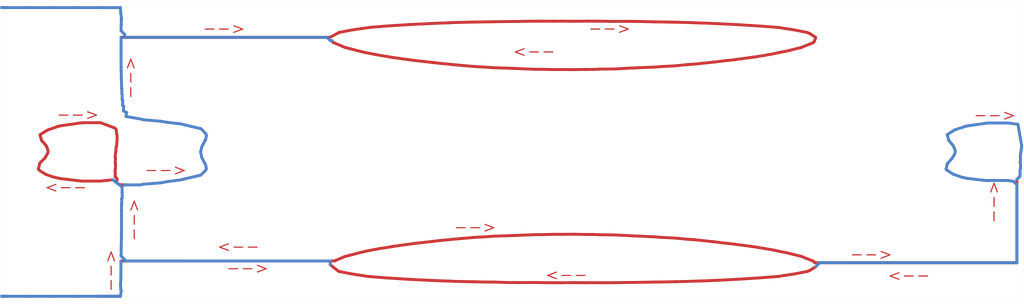
<source format=kicad_pcb>
(kicad_pcb (version 20240108) (generator "pcbnew") (generator_version "8.0")
  (layers (0 "F.Cu" signal) (31 "B.Cu" signal) (34 "B.Paste" user) (35 "F.Paste" user) (36 "B.SilkS" user "B.Silkscreen") (37 "F.SilkS" user "F.Silkscreen") (38 "B.Mask" user) (39 "F.Mask" user) (44 "Edge.Cuts" user))
  (net 0 "")
  (footprint "Edge.Cuts" (layer "F.Cu") (at 0 0)
    (property "Reference" "Edge.Cuts" (at 3 0 0) (layer "Edge.Cuts") (effects (justify left)))
    (property "Value" "")
    (fp_line (start -200 -255) (end -200 255) (stroke (width 0.15)) (layer "Edge.Cuts"))
    (fp_line (start -200 255) (end 1573 255) (stroke (width 0.15)) (layer "Edge.Cuts"))
    (fp_line (start 1573 -255) (end -200 -255) (stroke (width 0.15)) (layer "Edge.Cuts"))
    (fp_line (start 1573 255) (end 1573 -255) (stroke (width 0.15)) (layer "Edge.Cuts"))
  )
  (footprint "Connector_Wire:SolderWirePad_1x01_SMD_5x10mm" (layer "F.Cu") (at -195 -250 90)
    (property "Reference" "REF**" (at 0 -3.81 90) (layer "F.SilkS"))
    (property "Value" "SolderWirePad_1x01_SMD_5x10mm")
    (pad "1" smd rect (at 0 0 90) (size 5 10) (layers "B.Cu" "F.Paste" "F.Mask"))
  )
  (footprint "Connector_Wire:SolderWirePad_1x01_SMD_5x10mm" (layer "F.Cu") (at -195 250 90)
    (property "Reference" "REF**" (at 0 -3.81 90) (layer "F.SilkS"))
    (property "Value" "SolderWirePad_1x01_SMD_5x10mm")
    (pad "1" smd rect (at 0 0 90) (size 5 10) (layers "B.Cu" "F.Paste" "F.Mask"))
  )
  (gr_text "-->" (at -104 -74 180) (layer "F.Cu") (effects (font (size 20 20) (thickness 2)) (justify left bottom mirror)))
  (gr_text "-->" (at 817 -223 180) (layer "F.Cu") (effects (font (size 20 20) (thickness 2)) (justify left bottom mirror)))
  (gr_text "-->" (at 251 175 0) (layer "F.Cu") (effects (font (size 20 20) (thickness 2)) (justify left bottom mirror)))
  (gr_text "-->" (at 190 192 180) (layer "F.Cu") (effects (font (size 20 20) (thickness 2)) (justify left bottom mirror)))
  (gr_text "-->" (at 1511 125 -90) (layer "F.Cu") (effects (font (size 20 20) (thickness 2)) (justify left bottom mirror)))
  (gr_text "-->" (at 819 224 0) (layer "F.Cu") (effects (font (size 20 20) (thickness 2)) (justify left bottom mirror)))
  (gr_text "-->" (at 16 -90 -90) (layer "F.Cu") (effects (font (size 20 20) (thickness 2)) (justify left bottom mirror)))
  (gr_text "-->" (at 22 156 -90) (layer "F.Cu") (effects (font (size 20 20) (thickness 2)) (justify left bottom mirror)))
  (gr_text "-->" (at 1484 -73 180) (layer "F.Cu") (effects (font (size 20 20) (thickness 2)) (justify left bottom mirror)))
  (gr_text "-->" (at -18 244 -90) (layer "F.Cu") (effects (font (size 20 20) (thickness 2)) (justify left bottom mirror)))
  (gr_text "-->" (at 149 -223 180) (layer "F.Cu") (effects (font (size 20 20) (thickness 2)) (justify left bottom mirror)))
  (gr_text "-->" (at 48 22 180) (layer "F.Cu") (effects (font (size 20 20) (thickness 2)) (justify left bottom mirror)))
  (gr_text "-->" (at -48 72 0) (layer "F.Cu") (effects (font (size 20 20) (thickness 2)) (justify left bottom mirror)))
  (gr_text "-->" (at 763 -163 0) (layer "F.Cu") (effects (font (size 20 20) (thickness 2)) (justify left bottom mirror)))
  (gr_text "-->" (at 584 121 180) (layer "F.Cu") (effects (font (size 20 20) (thickness 2)) (justify left bottom mirror)))
  (gr_text "-->" (at 1270 168 180) (layer "F.Cu") (effects (font (size 20 20) (thickness 2)) (justify left bottom mirror)))
  (gr_text "-->" (at 1412 225 0) (layer "F.Cu") (effects (font (size 20 20) (thickness 2)) (justify left bottom mirror)))
  (segment (start -128.33 -20.276) (end -130.06 -26.52) (width 5) (layer "F.Cu") (net 0))
  (segment (start 691.34 226.1621) (end 688.89 226.15) (width 5) (layer "F.Cu") (net 0))
  (segment (start 2.1844 45.7708) (end 2.1844 48.6156) (width 5) (layer "F.Cu") (net 0))
  (segment (start -116.96 -2.013) (end -119.2 -8.32) (width 5) (layer "F.Cu") (net 0))
  (segment (start 991.6 151.2941) (end 1001.74 151.89) (width 5) (layer "F.Cu") (net 0))
  (segment (start 655.33 145.8353) (end 688.14 144.77) (width 5) (layer "F.Cu") (net 0))
  (segment (start 441.03 -215.8483) (end 472.98 -218.39) (width 5) (layer "F.Cu") (net 0))
  (segment (start -121.39 38.6485) (end -130.06 33.31) (width 5) (layer "F.Cu") (net 0))
  (segment (start 1208.66 -189.7655) (end 1207.66 -189.07) (width 5) (layer "F.Cu") (net 0))
  (segment (start 1001.74 151.8909) (end 1033.61 155.34) (width 5) (layer "F.Cu") (net 0))
  (segment (start -0.2 21.1595) (end -0.33 28.82) (width 5) (layer "F.Cu") (net 0))
  (segment (start 1201.91 -205.2331) (end 1212.36 -198.37) (width 5) (layer "F.Cu") (net 0))
  (segment (start 634.96 -147.2488) (end 620.69 -148.01) (width 5) (layer "F.Cu") (net 0))
  (segment (start 396.79 181.16) (end 378.98 188.7058) (width 5) (layer "F.Cu") (net 0))
  (segment (start 379.0026 188.7058) (end 379.0188 188.722) (width 5) (layer "F.Cu") (net 0))
  (segment (start -61.55 50.1003) (end -95.42 46.18) (width 5) (layer "F.Cu") (net 0))
  (segment (start 1212.79 198.3704) (end 1212.3928 198.5772) (width 5) (layer "F.Cu") (net 0))
  (segment (start 838.72 143.3453) (end 863.18 143.65) (width 5) (layer "F.Cu") (net 0))
  (segment (start -98.79 -44.5553) (end -96.33 -45.12) (width 5) (layer "F.Cu") (net 0))
  (segment (start 656.75 -225.5398) (end 691.11 -226) (width 5) (layer "F.Cu") (net 0))
  (segment (start 551.41 154.5533) (end 559.75 153.65) (width 5) (layer "F.Cu") (net 0))
  (segment (start 932.46 146.8878) (end 945.12 147.96) (width 5) (layer "F.Cu") (net 0))
  (segment (start 379 -188.7127) (end 376.36 -189.77) (width 5) (layer "F.Cu") (net 0))
  (segment (start 971.59 224.6592) (end 969.35 224.69) (width 5) (layer "F.Cu") (net 0))
  (segment (start 371.03 -198.3704) (end 384.5 -205.6) (width 5) (layer "F.Cu") (net 0))
  (segment (start 1187.88 -181.1606) (end 1187.18 -180.87) (width 5) (layer "F.Cu") (net 0))
  (segment (start 511.25 159.291) (end 516.77 158.54) (width 5) (layer "F.Cu") (net 0))
  (segment (start 759.26 142.6024) (end 773.68 142.72) (width 5) (layer "F.Cu") (net 0))
  (segment (start 9.2964 188.8236) (end 9.144 188.8236) (width 5) (layer "F.Cu") (net 0))
  (segment (start 793.9 -142.5434) (end 773.25 -142.78) (width 5) (layer "F.Cu") (net 0))
  (segment (start 995.05 -224.0117) (end 1008.72 -223.58) (width 5) (layer "F.Cu") (net 0))
  (segment (start 1108.53 164.6586) (end 1109.52 164.89) (width 5) (layer "F.Cu") (net 0))
  (segment (start -121.34 8.6414) (end -117.44 1.94) (width 5) (layer "F.Cu") (net 0))
  (segment (start 2.67 -20.7712) (end 2.16 -19.16) (width 5) (layer "F.Cu") (net 0))
  (segment (start -130.06 -30.5564) (end -117.59 -38.08) (width 5) (layer "F.Cu") (net 0))
  (segment (start 894.83 -145.3732) (end 863.18 -143.74) (width 5) (layer "F.Cu") (net 0))
  (segment (start 1210.59 191.85) (end 1560.4528 191.85) (width 5) (layer "F.Cu") (net 0))
  (segment (start -5.03 48.1724) (end -26.14 50.45) (width 5) (layer "F.Cu") (net 0))
  (segment (start 965.84 -224.6997) (end 970.21 -224.64) (width 5) (layer "F.Cu") (net 0))
  (segment (start 2.36 -29.1876) (end 2.67 -20.77) (width 5) (layer "F.Cu") (net 0))
  (segment (start 429.67 -172.7076) (end 424.13 -174.1) (width 5) (layer "F.Cu") (net 0))
  (segment (start -0.01 1.1331) (end -0.84 8.75) (width 5) (layer "F.Cu") (net 0))
  (segment (start 376.36 -189.7655) (end 374.904 -192.5828) (width 5) (layer "F.Cu") (net 0))
  (segment (start -95.42 -45.3108) (end -61.68 -50.12) (width 5) (layer "F.Cu") (net 0))
  (segment (start 653.22 -225.4977) (end 656.75 -225.54) (width 5) (layer "F.Cu") (net 0))
  (segment (start 1044.13 -222.1448) (end 1054.73 -221.55) (width 5) (layer "F.Cu") (net 0))
  (segment (start 1072.2 159.7738) (end 1107.62 164.49) (width 5) (layer "F.Cu") (net 0))
  (segment (start 692.25 144.6153) (end 724.62 143.25) (width 5) (layer "F.Cu") (net 0))
  (segment (start 849.57 226.4838) (end 828.48 226.35) (width 5) (layer "F.Cu") (net 0))
  (segment (start -131.33 19.8335) (end -130.06 17.88) (width 5) (layer "F.Cu") (net 0))
  (segment (start 542.63 222.3176) (end 532.83 221.78) (width 5) (layer "F.Cu") (net 0))
  (segment (start 1036.39 -155.6735) (end 1033.06 -155.41) (width 5) (layer "F.Cu") (net 0))
  (segment (start 859.74 -226.058) (end 890.03 -226.18) (width 5) (layer "F.Cu") (net 0))
  (segment (start 1162.03 174.5508) (end 1183.38 179.87) (width 5) (layer "F.Cu") (net 0))
  (segment (start 655.33 -145.8911) (end 634.96 -147.25) (width 5) (layer "F.Cu") (net 0))
  (segment (start -95.42 46.1824) (end -98.89 45.46) (width 5) (layer "F.Cu") (net 0))
  (segment (start 902.07 -145.7198) (end 897.82 -145.45) (width 5) (layer "F.Cu") (net 0))
  (segment (start 590.2 150.6877) (end 620.69 147.99) (width 5) (layer "F.Cu") (net 0))
  (segment (start 1152.65 172.8112) (end 1162.03 174.55) (width 5) (layer "F.Cu") (net 0))
  (segment (start 551.41 -154.6206) (end 549.87 -154.8) (width 5) (layer "F.Cu") (net 0))
  (segment (start 945.12 147.9629) (end 967.1 149.04) (width 5) (layer "F.Cu") (net 0))
  (segment (start 615.65 -224.8083) (end 618.58 -224.85) (width 5) (layer "F.Cu") (net 0))
  (segment (start 759.26 -142.6529) (end 744.33 -143.04) (width 5) (layer "F.Cu") (net 0))
  (segment (start 1.91 -30.8736) (end 2.36 -29.19) (width 5) (layer "F.Cu") (net 0))
  (segment (start 1079.23 220.3756) (end 1054.57 221.62) (width 5) (layer "F.Cu") (net 0))
  (segment (start 1079.17 -220.3526) (end 1099.71 -219.02) (width 5) (layer "F.Cu") (net 0))
  (segment (start -117.59 -38.0803) (end -98.79 -44.56) (width 5) (layer "F.Cu") (net 0))
  (segment (start -96.33 -45.1188) (end -95.42 -45.31) (width 5) (layer "F.Cu") (net 0))
  (segment (start 399.5 180.4671) (end 405.01 179.03) (width 5) (layer "F.Cu") (net 0))
  (segment (start 1109.52 164.895) (end 1138.02 169.62) (width 5) (layer "F.Cu") (net 0))
  (segment (start 1036.39 155.5648) (end 1055.62 157.99) (width 5) (layer "F.Cu") (net 0))
  (segment (start 1560.6776 47.6504) (end 1560.6776 47.6504) (width 5) (layer "F.Cu") (net 0))
  (segment (start 1212.3928 198.5772) (end 1202.1 205.31) (width 5) (layer "F.Cu") (net 0))
  (segment (start 1161.86 -174.6235) (end 1151.35 -172.7) (width 5) (layer "F.Cu") (net 0))
  (segment (start 399.51 -180.4689) (end 396.81 -181.16) (width 5) (layer "F.Cu") (net 0))
  (segment (start -0.77 18.7624) (end -0.2 21.16) (width 5) (layer "F.Cu") (net 0))
  (segment (start 728 226.0876) (end 696.19 226.23) (width 5) (layer "F.Cu") (net 0))
  (segment (start 1071.03 -159.601) (end 1057.85 -158.3) (width 5) (layer "F.Cu") (net 0))
  (segment (start 532.83 221.7799) (end 507.3 220.54) (width 5) (layer "F.Cu") (net 0))
  (segment (start 889.18 225.9722) (end 865.8 226.36) (width 5) (layer "F.Cu") (net 0))
  (segment (start 511.62 -159.2474) (end 482.34 -163.27) (width 5) (layer "F.Cu") (net 0))
  (segment (start 897.82 -145.4451) (end 894.83 -145.37) (width 5) (layer "F.Cu") (net 0))
  (segment (start 532.82 -221.7752) (end 542.66 -222.3) (width 5) (layer "F.Cu") (net 0))
  (segment (start 1054.73 -221.5534) (end 1079.17 -220.35) (width 5) (layer "F.Cu") (net 0))
  (segment (start 967.1 149.042) (end 991.6 151.29) (width 5) (layer "F.Cu") (net 0))
  (segment (start -98.89 45.4587) (end -108.28 43.26) (width 5) (layer "F.Cu") (net 0))
  (segment (start 1151.35 -172.7031) (end 1136.6 -169.49) (width 5) (layer "F.Cu") (net 0))
  (segment (start 441.16 215.9093) (end 439.88 215.82) (width 5) (layer "F.Cu") (net 0))
  (segment (start 516.77 -158.5558) (end 511.62 -159.25) (width 5) (layer "F.Cu") (net 0))
  (segment (start -0.7 38.77) (end -0.7 42.8864) (width 5) (layer "F.Cu") (net 0))
  (segment (start 1011.31 223.4938) (end 1008.63 223.61) (width 5) (layer "F.Cu") (net 0))
  (segment (start 865.8 226.3583) (end 857.6 226.39) (width 5) (layer "F.Cu") (net 0))
  (segment (start 576.6 223.6536) (end 542.63 222.32) (width 5) (layer "F.Cu") (net 0))
  (segment (start -130.06 33.3127) (end -133.37 30.44) (width 5) (layer "F.Cu") (net 0))
  (segment (start 0.21 -1.1039) (end -0.01 1.13) (width 5) (layer "F.Cu") (net 0))
  (segment (start 759.48 -226.3857) (end 772.01 -226.51) (width 5) (layer "F.Cu") (net 0))
  (segment (start 477.85 -163.9845) (end 471.65 -164.95) (width 5) (layer "F.Cu") (net 0))
  (segment (start 967.1 -149.0027) (end 945.23 -147.95) (width 5) (layer "F.Cu") (net 0))
  (segment (start 1207.66 -189.0708) (end 1187.88 -181.16) (width 5) (layer "F.Cu") (net 0))
  (segment (start 718.95 -226.402) (end 730.3 -226.44) (width 5) (layer "F.Cu") (net 0))
  (segment (start 1187.25 180.7825) (end 1188.19 181.16) (width 5) (layer "F.Cu") (net 0))
  (segment (start 578.66 223.7427) (end 576.6 223.65) (width 5) (layer "F.Cu") (net 0))
  (segment (start 437.02 215.5803) (end 410.27 211.44) (width 5) (layer "F.Cu") (net 0))
  (segment (start 1.78 -10.8905) (end 1.02 -9.01) (width 5) (layer "F.Cu") (net 0))
  (segment (start 405.01 179.0293) (end 422.43 174.48) (width 5) (layer "F.Cu") (net 0))
  (segment (start 812.94 -142.9487) (end 793.9 -142.54) (width 5) (layer "F.Cu") (net 0))
  (segment (start 1033.61 155.3436) (end 1036.39 155.56) (width 5) (layer "F.Cu") (net 0))
  (segment (start 1147.42 -215.6277) (end 1147.81 -215.58) (width 5) (layer "F.Cu") (net 0))
  (segment (start -0.92 31.2579) (end -0.7 38.77) (width 5) (layer "F.Cu") (net 0))
  (segment (start 433.39 171.8769) (end 447.32 169.12) (width 5) (layer "F.Cu") (net 0))
  (segment (start 9.144 188.976) (end 9.2964 188.8236) (width 5) (layer "F.Cu") (net 0))
  (segment (start 1107.61 -164.5629) (end 1107.45 -164.55) (width 5) (layer "F.Cu") (net 0))
  (segment (start 507.31 -220.5378) (end 532.82 -221.78) (width 5) (layer "F.Cu") (net 0))
  (segment (start 1113.64 -218.22) (end 1147.16 -215.65) (width 5) (layer "F.Cu") (net 0))
  (segment (start -0.7 42.8864) (end 2.1844 45.7708) (width 5) (layer "F.Cu") (net 0))
  (segment (start 1188.19 181.1606) (end 1207.85 188.98) (width 5) (layer "F.Cu") (net 0))
  (segment (start 589.14 -224.1852) (end 615.65 -224.81) (width 5) (layer "F.Cu") (net 0))
  (segment (start 1184 -180.1193) (end 1161.86 -174.62) (width 5) (layer "F.Cu") (net 0))
  (segment (start 989.2 224.1852) (end 971.59 224.66) (width 5) (layer "F.Cu") (net 0))
  (segment (start 730.3 -226.4399) (end 737.13 -226.53) (width 5) (layer "F.Cu") (net 0))
  (segment (start 744.32 143.0345) (end 759.26 142.6) (width 5) (layer "F.Cu") (net 0))
  (segment (start 930.59 225.4248) (end 896.52 225.94) (width 5) (layer "F.Cu") (net 0))
  (segment (start 895.63 145.272) (end 897.82 145.32) (width 5) (layer "F.Cu") (net 0))
  (segment (start 816.84 -226.5149) (end 828.02 -226.42) (width 5) (layer "F.Cu") (net 0))
  (segment (start -60.78 50.2114) (end -61.55 50.1) (width 5) (layer "F.Cu") (net 0))
  (segment (start 586.05 151.022) (end 590.2 150.69) (width 5) (layer "F.Cu") (net 0))
  (segment (start 935.4 225.3631) (end 930.59 225.42) (width 5) (layer "F.Cu") (net 0))
  (segment (start 1033.06 -155.4122) (end 1001.74 -152.04) (width 5) (layer "F.Cu") (net 0))
  (segment (start 447.32 169.1236) (end 455.73 167.62) (width 5) (layer "F.Cu") (net 0))
  (segment (start 836.7 -226.4658) (end 859.74 -226.06) (width 5) (layer "F.Cu") (net 0))
  (segment (start 692.24 -144.6171) (end 689.98 -144.69) (width 5) (layer "F.Cu") (net 0))
  (segment (start 772.01 -226.5056) (end 793.9 -226.24) (width 5) (layer "F.Cu") (net 0))
  (segment (start 1207.85 188.9765) (end 1209 189.77) (width 5) (layer "F.Cu") (net 0))
  (segment (start 590.35 -150.7119) (end 586.05 -151.06) (width 5) (layer "F.Cu") (net 0))
  (segment (start 1197.54 206.9754) (end 1176 211.17) (width 5) (layer "F.Cu") (net 0))
  (segment (start 422.43 174.4824) (end 433.39 171.88) (width 5) (layer "F.Cu") (net 0))
  (segment (start 15.3416 56.7944) (end 15.5448 56.9976) (width 5) (layer "F.Cu") (net 0))
  (segment (start 969.35 224.693) (end 935.4 225.36) (width 5) (layer "F.Cu") (net 0))
  (segment (start 932.35 -225.3191) (end 951.53 -225.03) (width 5) (layer "F.Cu") (net 0))
  (segment (start 773.25 -142.7804) (end 759.26 -142.65) (width 5) (layer "F.Cu") (net 0))
  (segment (start 578.73 -223.7941) (end 589.14 -224.19) (width 5) (layer "F.Cu") (net 0))
  (segment (start 724.62 -143.1894) (end 692.24 -144.62) (width 5) (layer "F.Cu") (net 0))
  (segment (start 970.21 -224.6374) (end 995.05 -224.01) (width 5) (layer "F.Cu") (net 0))
  (segment (start 386.86 206.9754) (end 384.54 205.58) (width 5) (layer "F.Cu") (net 0))
  (segment (start 617.86 224.7521) (end 586.07 224.05) (width 5) (layer "F.Cu") (net 0))
  (segment (start 759.77 226.4328) (end 749.27 226.48) (width 5) (layer "F.Cu") (net 0))
  (segment (start -130.06 17.8751) (end -123.05 11.1) (width 5) (layer "F.Cu") (net 0))
  (segment (start 744.33 -143.037) (end 724.62 -143.19) (width 5) (layer "F.Cu") (net 0))
  (segment (start 991.12 -151.3578) (end 967.1 -149) (width 5) (layer "F.Cu") (net 0))
  (segment (start 945.23 -147.9457) (end 932.46 -146.88) (width 5) (layer "F.Cu") (net 0))
  (segment (start -0.25 11.1665) (end -0.77 18.76) (width 5) (layer "F.Cu") (net 0))
  (segment (start 1212.36 -198.3704) (end 1210.04 -191.59) (width 5) (layer "F.Cu") (net 0))
  (segment (start 689.98 -144.688) (end 688.19 -144.78) (width 5) (layer "F.Cu") (net 0))
  (segment (start 901.03 145.5467) (end 932.46 146.89) (width 5) (layer "F.Cu") (net 0))
  (segment (start 1560.4528 191.85) (end 1560.6776 191.8716) (width 5) (layer "F.Cu") (net 0))
  (segment (start 487.78 219.2726) (end 472.93 218.41) (width 5) (layer "F.Cu") (net 0))
  (segment (start 1183.38 179.8697) (end 1187.25 180.78) (width 5) (layer "F.Cu") (net 0))
  (segment (start 688.14 144.7696) (end 689.98 144.68) (width 5) (layer "F.Cu") (net 0))
  (segment (start -0.33 28.823) (end -0.92 31.26) (width 5) (layer "F.Cu") (net 0))
  (segment (start -61.68 -50.1182) (end -60.78 -50.27) (width 5) (layer "F.Cu") (net 0))
  (segment (start 1202.1 205.3086) (end 1197.54 206.98) (width 5) (layer "F.Cu") (net 0))
  (segment (start 516.77 158.5405) (end 549.6 154.77) (width 5) (layer "F.Cu") (net 0))
  (segment (start 410.35 -211.4016) (end 441.03 -215.8483) (width 5) (layer "F.Cu") (net 0))
  (segment (start -133.37 30.4382) (end -133.72 29.52) (width 5) (layer "F.Cu") (net 0))
  (segment (start 828.54 142.9434) (end 838.72 143.35) (width 5) (layer "F.Cu") (net 0))
  (segment (start 2.1844 48.6156) (end -0.5588 51.3588) (width 5) (layer "F.Cu") (net 0))
  (segment (start -0.5588 51.3588) (end 6.4516 56.7944) (width 5) (layer "F.Cu") (net 0))
  (segment (start 907.21 -225.9599) (end 932.35 -225.32) (width 5) (layer "F.Cu") (net 0))
  (segment (start 1107.62 164.4868) (end 1108.53 164.66) (width 5) (layer "F.Cu") (net 0))
  (segment (start 1011.38 -223.4605) (end 1044.13 -222.14) (width 5) (layer "F.Cu") (net 0))
  (segment (start 688.89 226.1478) (end 676.9 226) (width 5) (layer "F.Cu") (net 0))
  (segment (start 737.13 -226.5322) (end 759.48 -226.39) (width 5) (layer "F.Cu") (net 0))
  (segment (start -131.56 20.1972) (end -131.33 19.83) (width 5) (layer "F.Cu") (net 0))
  (segment (start 1197.27 -206.9754) (end 1201.91 -205.23) (width 5) (layer "F.Cu") (net 0))
  (segment (start 472.93 218.413) (end 441.16 215.91) (width 5) (layer "F.Cu") (net 0))
  (segment (start 586.05 -151.0567) (end 558.6 -153.83) (width 5) (layer "F.Cu") (net 0))
  (segment (start -130.06 -26.5153) (end -130.73 -29.91) (width 5) (layer "F.Cu") (net 0))
  (segment (start 773.68 142.7163) (end 793.9 142.47) (width 5) (layer "F.Cu") (net 0))
  (segment (start 896.52 225.9368) (end 889.18 225.97) (width 5) (layer "F.Cu") (net 0))
  (segment (start 1107.85 -164.6062) (end 1107.61 -164.56) (width 5) (layer "F.Cu") (net 0))
  (segment (start 378.98 188.7058) (end 379.0026 188.7058) (width 5) (layer "F.Cu") (net 0))
  (segment (start 863.18 -143.7411) (end 838.47 -143.38) (width 5) (layer "F.Cu") (net 0))
  (segment (start 386.83 -206.9754) (end 410.35 -211.4) (width 5) (layer "F.Cu") (net 0))
  (segment (start 384.54 205.5833) (end 371.6528 195.2244) (width 5) (layer "F.Cu") (net 0))
  (segment (start -133.72 29.5154) (end -131.56 20.2) (width 5) (layer "F.Cu") (net 0))
  (segment (start 688.19 -144.7754) (end 655.33 -145.89) (width 5) (layer "F.Cu") (net 0))
  (segment (start 472.98 -218.3901) (end 487.74 -219.26) (width 5) (layer "F.Cu") (net 0))
  (segment (start 371.6528 195.2244) (end 371.6528 195.2752) (width 5) (layer "F.Cu") (net 0))
  (segment (start 374.904 -192.5828) (end 375.01 -192.5) (width 5) (layer "F.Cu") (net 0))
  (segment (start 838.47 -143.3844) (end 828.54 -142.96) (width 5) (layer "F.Cu") (net 0))
  (segment (start 1113.55 218.1769) (end 1099.78 218.99) (width 5) (layer "F.Cu") (net 0))
  (segment (start 507.3 220.5382) (end 487.78 219.27) (width 5) (layer "F.Cu") (net 0))
  (segment (start 1560.7792 47.6504) (end 1560.7792 47.752) (width 5) (layer "F.Cu") (net 0))
  (segment (start 813.43 226.4751) (end 793.9 226.23) (width 5) (layer "F.Cu") (net 0))
  (segment (start 406.94 -178.5003) (end 399.51 -180.47) (width 5) (layer "F.Cu") (net 0))
  (segment (start 691.11 -225.9969) (end 698.07 -226.02) (width 5) (layer "F.Cu") (net 0))
  (segment (start 379.0188 188.722) (end 9.144 188.8236) (width 5) (layer "F.Cu") (net 0))
  (segment (start 863.18 143.646) (end 895.63 145.27) (width 5) (layer "F.Cu") (net 0))
  (segment (start 1071.03 159.5664) (end 1072.2 159.77) (width 5) (layer "F.Cu") (net 0))
  (segment (start 1099.78 218.9927) (end 1079.23 220.38) (width 5) (layer "F.Cu") (net 0))
  (segment (start 1107.45 -164.5452) (end 1102.61 -163.99) (width 5) (layer "F.Cu") (net 0))
  (segment (start 1209 189.7655) (end 1210.59 191.85) (width 5) (layer "F.Cu") (net 0))
  (segment (start 1147.39 215.5482) (end 1147.29 215.57) (width 5) (layer "F.Cu") (net 0))
  (segment (start -60.78 -50.2707) (end -56.7 -50.65) (width 5) (layer "F.Cu") (net 0))
  (segment (start 1147.29 215.565) (end 1147.14 215.58) (width 5) (layer "F.Cu") (net 0))
  (segment (start 1054.57 221.624) (end 1044.27 222.2) (width 5) (layer "F.Cu") (net 0))
  (segment (start 898.59 -226.0986) (end 907.21 -225.96) (width 5) (layer "F.Cu") (net 0))
  (segment (start 384.5 -205.598) (end 386.83 -206.98) (width 5) (layer "F.Cu") (net 0))
  (segment (start 549.6 154.7706) (end 551.41 154.55) (width 5) (layer "F.Cu") (net 0))
  (segment (start 485.87 162.7845) (end 511.25 159.29) (width 5) (layer "F.Cu") (net 0))
  (segment (start 793.9 -226.2428) (end 816.84 -226.51) (width 5) (layer "F.Cu") (net 0))
  (segment (start 424.13 -174.0999) (end 406.94 -178.5) (width 5) (layer "F.Cu") (net 0))
  (segment (start 455.73 167.6159) (end 479.58 163.74) (width 5) (layer "F.Cu") (net 0))
  (segment (start 1057.85 -158.3025) (end 1036.39 -155.67) (width 5) (layer "F.Cu") (net 0))
  (segment (start 951.53 -225.0319) (end 965.84 -224.7) (width 5) (layer "F.Cu") (net 0))
  (segment (start 618.58 -224.8509) (end 653.22 -225.5) (width 5) (layer "F.Cu") (net 0))
  (segment (start 410.27 211.4379) (end 386.86 206.98) (width 5) (layer "F.Cu") (net 0))
  (segment (start 1008.63 223.613) (end 989.2 224.19) (width 5) (layer "F.Cu") (net 0))
  (segment (start 471.65 -164.954) (end 449.26 -168.86) (width 5) (layer "F.Cu") (net 0))
  (segment (start 2.16 -19.1601) (end 1.78 -10.89) (width 5) (layer "F.Cu") (net 0))
  (segment (start -120.73 -11.4516) (end -128.01 -19.67) (width 5) (layer "F.Cu") (net 0))
  (segment (start 1001.74 -152.0437) (end 991.12 -151.36) (width 5) (layer "F.Cu") (net 0))
  (segment (start 1008.72 -223.5829) (end 1011.38 -223.46) (width 5) (layer "F.Cu") (net 0))
  (segment (start -56.7 -50.6489) (end -26.14 -50.68) (width 5) (layer "F.Cu") (net 0))
  (segment (start 1176 211.1701) (end 1147.39 215.55) (width 5) (layer "F.Cu") (net 0))
  (segment (start -1.8178 -41.6178) (end 0.82 -38.98) (width 5) (layer "F.Cu") (net 0))
  (segment (start 9.6012 -198.4756) (end 9.5504 -198.5264) (width 5) (layer "F.Cu") (net 0))
  (segment (start 1136.6 -169.4854) (end 1107.85 -164.61) (width 5) (layer "F.Cu") (net 0))
  (segment (start 698.07 -226.0239) (end 718.95 -226.4) (width 5) (layer "F.Cu") (net 0))
  (segment (start -123.05 11.0982) (end -121.34 8.64) (width 5) (layer "F.Cu") (net 0))
  (segment (start 0.82 -38.98) (end 1.91 -30.87) (width 5) (layer "F.Cu") (net 0))
  (segment (start 558.6 -153.829) (end 551.41 -154.62) (width 5) (layer "F.Cu") (net 0))
  (segment (start -119.2 -8.3198) (end -120.73 -11.45) (width 5) (layer "F.Cu") (net 0))
  (segment (start 724.62 143.2485) (end 744.32 143.03) (width 5) (layer "F.Cu") (net 0))
  (segment (start 371.03 -198.4624) (end 371.0432 -198.4756) (width 5) (layer "F.Cu") (net 0))
  (segment (start 1147.14 215.5803) (end 1113.55 218.18) (width 5) (layer "F.Cu") (net 0))
  (segment (start 576.72 -223.7018) (end 578.73 -223.79) (width 5) (layer "F.Cu") (net 0))
  (segment (start 449.26 -168.8554) (end 429.67 -172.71) (width 5) (layer "F.Cu") (net 0))
  (segment (start 542.66 -222.3031) (end 576.72 -223.7) (width 5) (layer "F.Cu") (net 0))
  (segment (start 793.9 226.23) (end 768.61 226.52) (width 5) (layer "F.Cu") (net 0))
  (segment (start 857.6 226.392) (end 849.57 226.48) (width 5) (layer "F.Cu") (net 0))
  (segment (start 1560.6776 191.8716) (end 1560.6776 47.6504) (width 5) (layer "F.Cu") (net 0))
  (segment (start 828.48 226.3465) (end 813.43 226.48) (width 5) (layer "F.Cu") (net 0))
  (segment (start 768.61 226.5218) (end 759.77 226.43) (width 5) (layer "F.Cu") (net 0))
  (segment (start 896.42 -226.113) (end 898.59 -226.1) (width 5) (layer "F.Cu") (net 0))
  (segment (start 549.87 -154.8046) (end 516.77 -158.56) (width 5) (layer "F.Cu") (net 0))
  (segment (start 932.46 -146.884) (end 902.07 -145.72) (width 5) (layer "F.Cu") (net 0))
  (segment (start 655.42 225.4169) (end 635.98 225.18) (width 5) (layer "F.Cu") (net 0))
  (segment (start -57.43 50.5346) (end -60.78 50.21) (width 5) (layer "F.Cu") (net 0))
  (segment (start 1560.7792 47.752) (end 1560.6268 47.5996) (width 5) (layer "F.Cu") (net 0))
  (segment (start 9.144 188.8236) (end 9.144 188.976) (width 5) (layer "F.Cu") (net 0))
  (segment (start -26.14 50.45) (end -57.43 50.53) (width 5) (layer "F.Cu") (net 0))
  (segment (start 793.9 142.4703) (end 812.62 142.9) (width 5) (layer "F.Cu") (net 0))
  (segment (start 1138.02 169.6152) (end 1152.65 172.81) (width 5) (layer "F.Cu") (net 0))
  (segment (start 676.9 226.0043) (end 655.42 225.42) (width 5) (layer "F.Cu") (net 0))
  (segment (start -130.67 -30.0797) (end -130.06 -30.56) (width 5) (layer "F.Cu") (net 0))
  (segment (start 1147.16 -215.6457) (end 1147.42 -215.63) (width 5) (layer "F.Cu") (net 0))
  (segment (start 634.8 147.2255) (end 655.33 145.84) (width 5) (layer "F.Cu") (net 0))
  (segment (start 371.0432 -198.4756) (end 9.6012 -198.4756) (width 5) (layer "F.Cu") (net 0))
  (segment (start 1099.71 -219.0208) (end 1113.64 -218.22) (width 5) (layer "F.Cu") (net 0))
  (segment (start 828.54 -142.96) (end 812.94 -142.95) (width 5) (layer "F.Cu") (net 0))
  (segment (start 1072.08 -159.7894) (end 1071.03 -159.6) (width 5) (layer "F.Cu") (net 0))
  (segment (start 479.58 163.7373) (end 485.87 162.78) (width 5) (layer "F.Cu") (net 0))
  (segment (start 487.74 -219.2573) (end 507.31 -220.54) (width 5) (layer "F.Cu") (net 0))
  (segment (start -0.84 8.7537) (end -0.25 11.17) (width 5) (layer "F.Cu") (net 0))
  (segment (start 1102.61 -163.991) (end 1072.08 -159.79) (width 5) (layer "F.Cu") (net 0))
  (segment (start -128.01 -19.6721) (end -128.33 -20.28) (width 5) (layer "F.Cu") (net 0))
  (segment (start 482.34 -163.2747) (end 477.85 -163.98) (width 5) (layer "F.Cu") (net 0))
  (segment (start 1.02 -9.0067) (end 0.21 -1.1) (width 5) (layer "F.Cu") (net 0))
  (segment (start 1187.18 -180.8735) (end 1184 -180.12) (width 5) (layer "F.Cu") (net 0))
  (segment (start 828.02 -226.42) (end 836.7 -226.47) (width 5) (layer "F.Cu") (net 0))
  (segment (start 371.03 -198.3704) (end 371.03 -198.4624) (width 5) (layer "F.Cu") (net 0))
  (segment (start 897.82 145.3239) (end 901.03 145.55) (width 5) (layer "F.Cu") (net 0))
  (segment (start 396.79 181.1606) (end 399.5 180.47) (width 5) (layer "F.Cu") (net 0))
  (segment (start 890.03 -226.1771) (end 896.42 -226.11) (width 5) (layer "F.Cu") (net 0))
  (segment (start 812.62 142.9027) (end 828.54 142.94) (width 5) (layer "F.Cu") (net 0))
  (segment (start 620.69 -148.0074) (end 590.35 -150.71) (width 5) (layer "F.Cu") (net 0))
  (segment (start 635.98 225.1796) (end 623.13 224.82) (width 5) (layer "F.Cu") (net 0))
  (segment (start 1147.81 -215.5803) (end 1176.05 -211.19) (width 5) (layer "F.Cu") (net 0))
  (segment (start 1055.62 157.9944) (end 1071.03 159.57) (width 5) (layer "F.Cu") (net 0))
  (segment (start 696.19 226.2276) (end 691.34 226.16) (width 5) (layer "F.Cu") (net 0))
  (segment (start -26.14 -50.68) (end -1.8178 -41.6178) (width 5) (layer "F.Cu") (net 0))
  (segment (start 1210.04 -191.5896) (end 1208.66 -189.77) (width 5) (layer "F.Cu") (net 0))
  (segment (start 1560.6776 47.6504) (end 1560.7792 47.6504) (width 5) (layer "F.Cu") (net 0))
  (segment (start -130.73 -29.912) (end -130.67 -30.08) (width 5) (layer "F.Cu") (net 0))
  (segment (start 559.75 153.6501) (end 586.05 151.02) (width 5) (layer "F.Cu") (net 0))
  (segment (start 439.88 215.8182) (end 437.02 215.58) (width 5) (layer "F.Cu") (net 0))
  (segment (start 396.81 -181.1606) (end 379 -188.71) (width 5) (layer "F.Cu") (net 0))
  (segment (start -117.44 1.9419) (end -116.96 -2.01) (width 5) (layer "F.Cu") (net 0))
  (segment (start 1176.05 -211.1914) (end 1197.27 -206.98) (width 5) (layer "F.Cu") (net 0))
  (segment (start 1044.27 222.2017) (end 1011.31 223.49) (width 5) (layer "F.Cu") (net 0))
  (segment (start 689.98 144.6818) (end 692.25 144.62) (width 5) (layer "F.Cu") (net 0))
  (segment (start -108.28 43.2597) (end -121.39 38.65) (width 5) (layer "F.Cu") (net 0))
  (segment (start 623.13 224.8197) (end 617.86 224.75) (width 5) (layer "F.Cu") (net 0))
  (segment (start 749.27 226.4821) (end 728 226.09) (width 5) (layer "F.Cu") (net 0))
  (segment (start 620.69 147.9899) (end 634.8 147.23) (width 5) (layer "F.Cu") (net 0))
  (segment (start 6.4516 56.7944) (end 15.3416 56.7944) (width 5) (layer "F.Cu") (net 0))
  (segment (start 586.07 224.0511) (end 578.66 223.74) (width 5) (layer "F.Cu") (net 0))
  (segment (start 1453.66 2.122) (end 1450.3 8.39) (width 5) (layer "B.Cu") (net 0))
  (segment (start 1509.58 -50.0521) (end 1475.37 -45.21) (width 5) (layer "B.Cu") (net 0))
  (segment (start 10.01 100.2432) (end 10.35 99.7) (width 5) (layer "B.Cu") (net 0))
  (segment (start 371.6528 195.2244) (end 371.6528 188.8236) (width 5) (layer "B.Cu") (net 0))
  (segment (start 147.06 -40.4057) (end 121.53 -46.43) (width 5) (layer "B.Cu") (net 0))
  (segment (start -109.28 -249.9855) (end -109.34 -249.99) (width 5) (layer "B.Cu") (net 0))
  (segment (start 112.42 48.4416) (end 120.94 46.34) (width 5) (layer "B.Cu") (net 0))
  (segment (start 11.24 61.278) (end 8.5344 58.5724) (width 5) (layer "B.Cu") (net 0))
  (segment (start 9.53 -140.167) (end 9.53 -149.83) (width 5) (layer "B.Cu") (net 0))
  (segment (start 87.9 51.5853) (end 112.42 48.44) (width 5) (layer "B.Cu") (net 0))
  (segment (start 10.62 -109.6582) (end 10.34 -110.3) (width 5) (layer "B.Cu") (net 0))
  (segment (start 10.22 129.7222) (end 10.07 120.25) (width 5) (layer "B.Cu") (net 0))
  (segment (start 1566.21 31.6491) (end 1567.01 28.46) (width 5) (layer "B.Cu") (net 0))
  (segment (start 1544.66 -50.27) (end 1509.58 -50.05) (width 5) (layer "B.Cu") (net 0))
  (segment (start 48.17 55.8021) (end 77.78 53.55) (width 5) (layer "B.Cu") (net 0))
  (segment (start 11.2268 61.2648) (end 11.24 61.278) (width 5) (layer "B.Cu") (net 0))
  (segment (start 1440.28 -30.0541) (end 1440.23 -29.94) (width 5) (layer "B.Cu") (net 0))
  (segment (start 9.01 220.073) (end 8.92 219.93) (width 5) (layer "B.Cu") (net 0))
  (segment (start -187.83 -249.992) (end -197 -249.99) (width 5) (layer "B.Cu") (net 0))
  (segment (start 9.22 200.1168) (end 9.21 199.89) (width 5) (layer "B.Cu") (net 0))
  (segment (start 8.27 249.9449) (end -30.67 249.9449) (width 5) (layer "B.Cu") (net 0))
  (segment (start 9.52 170.1648) (end 9.65 169.81) (width 5) (layer "B.Cu") (net 0))
  (segment (start 9.21 199.8851) (end 9.144 188.8236) (width 5) (layer "B.Cu") (net 0))
  (segment (start 8.5 228.8672) (end 9.01 220.07) (width 5) (layer "B.Cu") (net 0))
  (segment (start 155.79 -21.3789) (end 157.28 -28.39) (width 5) (layer "B.Cu") (net 0))
  (segment (start 1567.92 -1.4216) (end 1568.97 -8.72) (width 5) (layer "B.Cu") (net 0))
  (segment (start 10.74 -100.3605) (end 10.62 -109.66) (width 5) (layer "B.Cu") (net 0))
  (segment (start 9.35 -170.1376) (end 9.46 -179.85) (width 5) (layer "B.Cu") (net 0))
  (segment (start 9.45 -209.8467) (end 9.54 -210.17) (width 5) (layer "B.Cu") (net 0))
  (segment (start 9.86 -129.7802) (end 9.73 -130.2) (width 5) (layer "B.Cu") (net 0))
  (segment (start 9.36 -160.1386) (end 9.46 -169.84) (width 5) (layer "B.Cu") (net 0))
  (segment (start -70.08 249.986) (end -70 249.98) (width 5) (layer "B.Cu") (net 0))
  (segment (start 17.75 -61.4489) (end 19.09 -68.35) (width 5) (layer "B.Cu") (net 0))
  (segment (start 8.5344 58.5724) (end -4.826 48.2092) (width 5) (layer "B.Cu") (net 0))
  (segment (start 1502.37 49.0591) (end 1510.01 49.62) (width 5) (layer "B.Cu") (net 0))
  (segment (start 1438.06 29.6772) (end 1438.32 30.29) (width 5) (layer "B.Cu") (net 0))
  (segment (start 8.92 219.9327) (end 9.15 210.11) (width 5) (layer "B.Cu") (net 0))
  (segment (start 15.4432 -198.4248) (end 15.4432 -203.8535) (width 5) (layer "B.Cu") (net 0))
  (segment (start 366.1156 -198.4248) (end 15.4432 -198.4248) (width 5) (layer "B.Cu") (net 0))
  (segment (start 1544.66 49.36) (end 1554.6324 50.6984) (width 5) (layer "B.Cu") (net 0))
  (segment (start 1566.21 42.118) (end 1560.6776 47.6504) (width 5) (layer "B.Cu") (net 0))
  (segment (start -109.34 -249.9896) (end -148.56 -249.99) (width 5) (layer "B.Cu") (net 0))
  (segment (start 9.65 169.814) (end 9.68 160.19) (width 5) (layer "B.Cu") (net 0))
  (segment (start 1510.01 49.6156) (end 1513.29 49.42) (width 5) (layer "B.Cu") (net 0))
  (segment (start 9.85 150.2171) (end 10.02 149.75) (width 5) (layer "B.Cu") (net 0))
  (segment (start -148.56 -249.9896) (end -148.6 -249.99) (width 5) (layer "B.Cu") (net 0))
  (segment (start 156.32 -31.4603) (end 148.34 -39.79) (width 5) (layer "B.Cu") (net 0))
  (segment (start 8.5 231.4305) (end 8.38 230.02) (width 5) (layer "B.Cu") (net 0))
  (segment (start 1219.2508 191.77) (end 1212.4944 198.5264) (width 5) (layer "B.Cu") (net 0))
  (segment (start -109.29 249.986) (end -70.08 249.99) (width 5) (layer "B.Cu") (net 0))
  (segment (start 1472.79 -44.6888) (end 1452.58 -38.04) (width 5) (layer "B.Cu") (net 0))
  (segment (start 9.46 -169.845) (end 9.35 -170.14) (width 5) (layer "B.Cu") (net 0))
  (segment (start 147.77 -40.1149) (end 147.06 -40.41) (width 5) (layer "B.Cu") (net 0))
  (segment (start 1451.68 -8.1763) (end 1454.02 -2.18) (width 5) (layer "B.Cu") (net 0))
  (segment (start 147.66 39.9021) (end 156.15 31.43) (width 5) (layer "B.Cu") (net 0))
  (segment (start 1440.48 19.9695) (end 1440.43 20.04) (width 5) (layer "B.Cu") (net 0))
  (segment (start 15.6544 57.0404) (end 15.4776 57.0404) (width 5) (layer "B.Cu") (net 0))
  (segment (start 1554.6324 50.6984) (end 1560.7792 56.8452) (width 5) (layer "B.Cu") (net 0))
  (segment (start 10.18 -119.7293) (end 10.01 -120.24) (width 5) (layer "B.Cu") (net 0))
  (segment (start 1567.01 28.4587) (end 1567.16 21.52) (width 5) (layer "B.Cu") (net 0))
  (segment (start 1567.09 11.5317) (end 1566.45 8.38) (width 5) (layer "B.Cu") (net 0))
  (segment (start 9.65 -139.8144) (end 9.53 -140.17) (width 5) (layer "B.Cu") (net 0))
  (segment (start 15.74 57.0404) (end 15.6972 56.9976) (width 5) (layer "B.Cu") (net 0))
  (segment (start 11.26 -99.5578) (end 10.74 -100.36) (width 5) (layer "B.Cu") (net 0))
  (segment (start 10.06 90.2522) (end 10.62 89.66) (width 5) (layer "B.Cu") (net 0))
  (segment (start 1440.73 32.2022) (end 1450.1 38.42) (width 5) (layer "B.Cu") (net 0))
  (segment (start -70.07 -249.9855) (end -109.28 -249.99) (width 5) (layer "B.Cu") (net 0))
  (segment (start 9.39 180.144) (end 9.48 179.84) (width 5) (layer "B.Cu") (net 0))
  (segment (start 14.06 -79.1177) (end 12.04 -80.57) (width 5) (layer "B.Cu") (net 0))
  (segment (start -4.826 48.2092) (end -5.0292 48.1584) (width 5) (layer "B.Cu") (net 0))
  (segment (start 1568.97 -8.7166) (end 1568.97 -11.13) (width 5) (layer "B.Cu") (net 0))
  (segment (start 9.47 -159.8426) (end 9.36 -160.14) (width 5) (layer "B.Cu") (net 0))
  (segment (start -148.56 249.9896) (end -109.34 249.99) (width 5) (layer "B.Cu") (net 0))
  (segment (start 156.15 31.4345) (end 157.04 28.43) (width 5) (layer "B.Cu") (net 0))
  (segment (start 9.15 210.1055) (end 9.09 209.9) (width 5) (layer "B.Cu") (net 0))
  (segment (start 10.02 149.7549) (end 9.99 140.24) (width 5) (layer "B.Cu") (net 0))
  (segment (start 8.42 229.9898) (end 8.5 228.87) (width 5) (layer "B.Cu") (net 0))
  (segment (start 9.48 179.8419) (end 9.52 170.16) (width 5) (layer "B.Cu") (net 0))
  (segment (start 1566.46 18.385) (end 1567.09 11.53) (width 5) (layer "B.Cu") (net 0))
  (segment (start 10.01 -120.2427) (end 9.86 -129.78) (width 5) (layer "B.Cu") (net 0))
  (segment (start 9.54 -210.1685) (end 9.48 -219.84) (width 5) (layer "B.Cu") (net 0))
  (segment (start 9.73 -130.1992) (end 9.65 -139.81) (width 5) (layer "B.Cu") (net 0))
  (segment (start 9.53 -149.834) (end 9.41 -150.15) (width 5) (layer "B.Cu") (net 0))
  (segment (start 77.78 -53.2407) (end 47.88 -55.76) (width 5) (layer "B.Cu") (net 0))
  (segment (start 9.79 240.1733) (end 9.08 239.9) (width 5) (layer "B.Cu") (net 0))
  (segment (start 1567.16 21.5216) (end 1566.46 18.39) (width 5) (layer "B.Cu") (net 0))
  (segment (start 1472.74 45.3171) (end 1475.37 45.82) (width 5) (layer "B.Cu") (net 0))
  (segment (start 149.91 -10.4608) (end 154.36 -18.84) (width 5) (layer "B.Cu") (net 0))
  (segment (start 1449.97 -11.5583) (end 1451.68 -8.18) (width 5) (layer "B.Cu") (net 0))
  (segment (start 10.04 110.2477) (end 10.27 109.72) (width 5) (layer "B.Cu") (net 0))
  (segment (start 9.71 -220.1959) (end 9.75 -229.8) (width 5) (layer "B.Cu") (net 0))
  (segment (start 1568.97 -11.13) (end 1562.57 -47.85) (width 5) (layer "B.Cu") (net 0))
  (segment (start 77.78 53.5476) (end 87.9 51.59) (width 5) (layer "B.Cu") (net 0))
  (segment (start 10.06 130.2521) (end 10.22 129.72) (width 5) (layer "B.Cu") (net 0))
  (segment (start 15.4432 -203.8535) (end 9.45 -209.8467) (width 5) (layer "B.Cu") (net 0))
  (segment (start 1560.7792 191.7192) (end 1560.7284 191.77) (width 5) (layer "B.Cu") (net 0))
  (segment (start 1567.46 1.4825) (end 1567.92 -1.42) (width 5) (layer "B.Cu") (net 0))
  (segment (start -30.84 -249.9763) (end -69.99 -249.98) (width 5) (layer "B.Cu") (net 0))
  (segment (start 43.14 -57.0855) (end 17.75 -61.45) (width 5) (layer "B.Cu") (net 0))
  (segment (start 8.5 248.7082) (end 9.79 240.17) (width 5) (layer "B.Cu") (net 0))
  (segment (start 11.24 70.44) (end 11.24 61.278) (width 5) (layer "B.Cu") (net 0))
  (segment (start 1475.37 -45.2144) (end 1474.68 -45.08) (width 5) (layer "B.Cu") (net 0))
  (segment (start 87.43 -51.5139) (end 77.78 -53.24) (width 5) (layer "B.Cu") (net 0))
  (segment (start 1566.21 31.6491) (end 1566.21 42.118) (width 5) (layer "B.Cu") (net 0))
  (segment (start 10.07 120.2535) (end 10.25 119.72) (width 5) (layer "B.Cu") (net 0))
  (segment (start 8.28 -249.9499) (end -30.69 -249.95) (width 5) (layer "B.Cu") (net 0))
  (segment (start 9.84 159.7835) (end 9.85 150.22) (width 5) (layer "B.Cu") (net 0))
  (segment (start 9.99 140.2396) (end 10.15 139.73) (width 5) (layer "B.Cu") (net 0))
  (segment (start 1440.23 -29.9404) (end 1440.73 -27.78) (width 5) (layer "B.Cu") (net 0))
  (segment (start 9.08 239.9026) (end 8.5 231.43) (width 5) (layer "B.Cu") (net 0))
  (segment (start 9.68 160.1902) (end 9.84 159.78) (width 5) (layer "B.Cu") (net 0))
  (segment (start 1448.42 11.3128) (end 1440.73 19.6) (width 5) (layer "B.Cu") (net 0))
  (segment (start -187.83 249.9919) (end -148.6 249.99) (width 5) (layer "B.Cu") (net 0))
  (segment (start 9.37 -180.141) (end 9.45 -189.85) (width 5) (layer "B.Cu") (net 0))
  (segment (start 1452.58 -38.0401) (end 1440.73 -30.38) (width 5) (layer "B.Cu") (net 0))
  (segment (start 1438.32 30.2914) (end 1440.73 32.2) (width 5) (layer "B.Cu") (net 0))
  (segment (start 1440.73 19.6013) (end 1440.48 19.97) (width 5) (layer "B.Cu") (net 0))
  (segment (start 149.47 -9.6104) (end 149.91 -10.46) (width 5) (layer "B.Cu") (net 0))
  (segment (start -109.34 249.9896) (end -109.29 249.99) (width 5) (layer "B.Cu") (net 0))
  (segment (start 9.48 -219.8417) (end 9.71 -220.2) (width 5) (layer "B.Cu") (net 0))
  (segment (start 9.09 209.905) (end 9.22 200.12) (width 5) (layer "B.Cu") (net 0))
  (segment (start -30.69 -249.9499) (end -30.84 -249.98) (width 5) (layer "B.Cu") (net 0))
  (segment (start 1440.73 -30.3772) (end 1440.28 -30.05) (width 5) (layer "B.Cu") (net 0))
  (segment (start 9.46 -179.8453) (end 9.37 -180.14) (width 5) (layer "B.Cu") (net 0))
  (segment (start 43.14 57.0404) (end 15.74 57.0404) (width 5) (layer "B.Cu") (net 0))
  (segment (start 10.25 119.7184) (end 10.04 110.25) (width 5) (layer "B.Cu") (net 0))
  (segment (start 148.34 -39.7914) (end 147.77 -40.11) (width 5) (layer "B.Cu") (net 0))
  (segment (start -30.83 249.9772) (end 8.27 249.9449) (width 5) (layer "B.Cu") (net 0))
  (segment (start 16.0528 186.8068) (end 9.39 180.144) (width 5) (layer "B.Cu") (net 0))
  (segment (start 9.41 -150.1473) (end 9.47 -159.84) (width 5) (layer "B.Cu") (net 0))
  (segment (start 112.42 -48.6547) (end 87.43 -51.51) (width 5) (layer "B.Cu") (net 0))
  (segment (start 147.06 40.1787) (end 147.38 40.05) (width 5) (layer "B.Cu") (net 0))
  (segment (start 149.14 9.6634) (end 147.07 0) (width 5) (layer "B.Cu") (net 0))
  (segment (start 1513.29 49.4167) (end 1544.66 49.36) (width 5) (layer "B.Cu") (net 0))
  (segment (start 154.36 -18.8404) (end 155.79 -21.38) (width 5) (layer "B.Cu") (net 0))
  (segment (start 10.35 99.7024) (end 10.06 90.25) (width 5) (layer "B.Cu") (net 0))
  (segment (start 1442.69 -20.3501) (end 1443.08 -19.58) (width 5) (layer "B.Cu") (net 0))
  (segment (start 13.5 -70.795) (end 14.06 -79.12) (width 5) (layer "B.Cu") (net 0))
  (segment (start 1474.68 -45.0824) (end 1472.79 -44.69) (width 5) (layer "B.Cu") (net 0))
  (segment (start 16.0528 188.8236) (end 16.0528 186.8068) (width 5) (layer "B.Cu") (net 0))
  (segment (start 155.5 21.3346) (end 153.97 18.9) (width 5) (layer "B.Cu") (net 0))
  (segment (start 8.27 249.9449) (end 8.5 248.71) (width 5) (layer "B.Cu") (net 0))
  (segment (start 9.41 -190.1469) (end 9.6012 -198.374) (width 5) (layer "B.Cu") (net 0))
  (segment (start 8.82 -239.94) (end 8.28 -249.95) (width 5) (layer "B.Cu") (net 0))
  (segment (start 121.53 -46.4343) (end 112.42 -48.65) (width 5) (layer "B.Cu") (net 0))
  (segment (start 10.27 109.7154) (end 10.01 100.24) (width 5) (layer "B.Cu") (net 0))
  (segment (start 9.6012 -198.374) (end 9.5504 -198.5772) (width 5) (layer "B.Cu") (net 0))
  (segment (start -148.6 -249.992) (end -187.83 -249.99) (width 5) (layer "B.Cu") (net 0))
  (segment (start -197 250) (end -187.83 249.99) (width 5) (layer "B.Cu") (net 0))
  (segment (start 1450.1 38.4215) (end 1465.72 43.8) (width 5) (layer "B.Cu") (net 0))
  (segment (start 1560.7284 191.77) (end 1219.2508 191.77) (width 5) (layer "B.Cu") (net 0))
  (segment (start 9.45 -189.8457) (end 9.41 -190.15) (width 5) (layer "B.Cu") (net 0))
  (segment (start 43.14 57.0404) (end 48.17 55.8) (width 5) (layer "B.Cu") (net 0))
  (segment (start 10.62 89.6587) (end 10.34 80.3) (width 5) (layer "B.Cu") (net 0))
  (segment (start 8.38 230.0161) (end 8.42 229.99) (width 5) (layer "B.Cu") (net 0))
  (segment (start 147.07 -0.0015) (end 149.47 -9.61) (width 5) (layer "B.Cu") (net 0))
  (segment (start 149.56 10.4046) (end 149.14 9.66) (width 5) (layer "B.Cu") (net 0))
  (segment (start 10.15 139.7336) (end 10.06 130.25) (width 5) (layer "B.Cu") (net 0))
  (segment (start 9.75 -229.7987) (end 10.35 -230.31) (width 5) (layer "B.Cu") (net 0))
  (segment (start 1440.73 -27.7783) (end 1442.69 -20.35) (width 5) (layer "B.Cu") (net 0))
  (segment (start 11.26 -90.4436) (end 11.26 -99.56) (width 5) (layer "B.Cu") (net 0))
  (segment (start 10.34 80.2971) (end 11.46 79.53) (width 5) (layer "B.Cu") (net 0))
  (segment (start -70 249.9772) (end -30.83 249.98) (width 5) (layer "B.Cu") (net 0))
  (segment (start 11.46 79.526) (end 11.24 70.44) (width 5) (layer "B.Cu") (net 0))
  (segment (start 1562.57 -47.8513) (end 1544.66 -50.27) (width 5) (layer "B.Cu") (net 0))
  (segment (start 157.28 -28.3939) (end 156.32 -31.46) (width 5) (layer "B.Cu") (net 0))
  (segment (start 1560.7792 56.8452) (end 1560.7792 191.7192) (width 5) (layer "B.Cu") (net 0))
  (segment (start 153.97 18.9003) (end 149.56 10.4) (width 5) (layer "B.Cu") (net 0))
  (segment (start 1566.45 8.3828) (end 1567.46 1.48) (width 5) (layer "B.Cu") (net 0))
  (segment (start 1465.72 43.7987) (end 1472.74 45.32) (width 5) (layer "B.Cu") (net 0))
  (segment (start 374.904 -192.5828) (end 371.9576 -192.5828) (width 5) (layer "B.Cu") (net 0))
  (segment (start 147.38 40.0524) (end 147.66 39.9) (width 5) (layer "B.Cu") (net 0))
  (segment (start -69.99 -249.9763) (end -70.07 -249.99) (width 5) (layer "B.Cu") (net 0))
  (segment (start 1443.08 -19.5805) (end 1449.97 -11.56) (width 5) (layer "B.Cu") (net 0))
  (segment (start 47.88 -55.7561) (end 43.14 -57.09) (width 5) (layer "B.Cu") (net 0))
  (segment (start 120.94 46.3446) (end 147.06 40.18) (width 5) (layer "B.Cu") (net 0))
  (segment (start 12.23 -89.403) (end 11.26 -90.44) (width 5) (layer "B.Cu") (net 0))
  (segment (start 1454.02 -2.1761) (end 1453.66 2.12) (width 5) (layer "B.Cu") (net 0))
  (segment (start 371.6528 188.8236) (end 16.0528 188.8236) (width 5) (layer "B.Cu") (net 0))
  (segment (start 12.04 -80.5665) (end 12.23 -89.4) (width 5) (layer "B.Cu") (net 0))
  (segment (start -148.6 249.9919) (end -148.56 249.99) (width 5) (layer "B.Cu") (net 0))
  (segment (start 10.35 -230.3101) (end 8.82 -239.94) (width 5) (layer "B.Cu") (net 0))
  (segment (start 371.9576 -192.5828) (end 366.1156 -198.4248) (width 5) (layer "B.Cu") (net 0))
  (segment (start 157.04 28.4308) (end 155.5 21.33) (width 5) (layer "B.Cu") (net 0))
  (segment (start 19.09 -68.3498) (end 13.5 -70.8) (width 5) (layer "B.Cu") (net 0))
  (segment (start 15.6972 56.9976) (end 15.6544 57.0404) (width 5) (layer "B.Cu") (net 0))
  (segment (start 1450.3 8.3906) (end 1448.42 11.31) (width 5) (layer "B.Cu") (net 0))
  (segment (start 1440.43 20.036) (end 1438.06 29.68) (width 5) (layer "B.Cu") (net 0))
  (segment (start 1475.37 45.8185) (end 1502.37 49.06) (width 5) (layer "B.Cu") (net 0))
  (segment (start 10.34 -110.2961) (end 10.18 -119.73) (width 5) (layer "B.Cu") (net 0))
  (segment (start 147.07 0.0015) (end 147.07 0) (width 5) (layer "B.Cu") (net 0))
)
</source>
